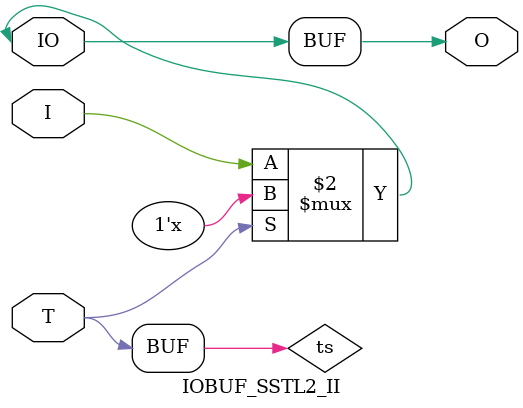
<source format=v>

/*

FUNCTION    : INPUT TRI-STATE OUTPUT BUFFER

*/

`celldefine
`timescale  100 ps / 10 ps

module IOBUF_SSTL2_II (O, IO, I, T);

    output O;

    inout  IO;

    input  I, T;

    or O1 (ts, 1'b0, T);
    bufif0 T1 (IO, I, ts);

    buf B1 (O, IO);

endmodule

</source>
